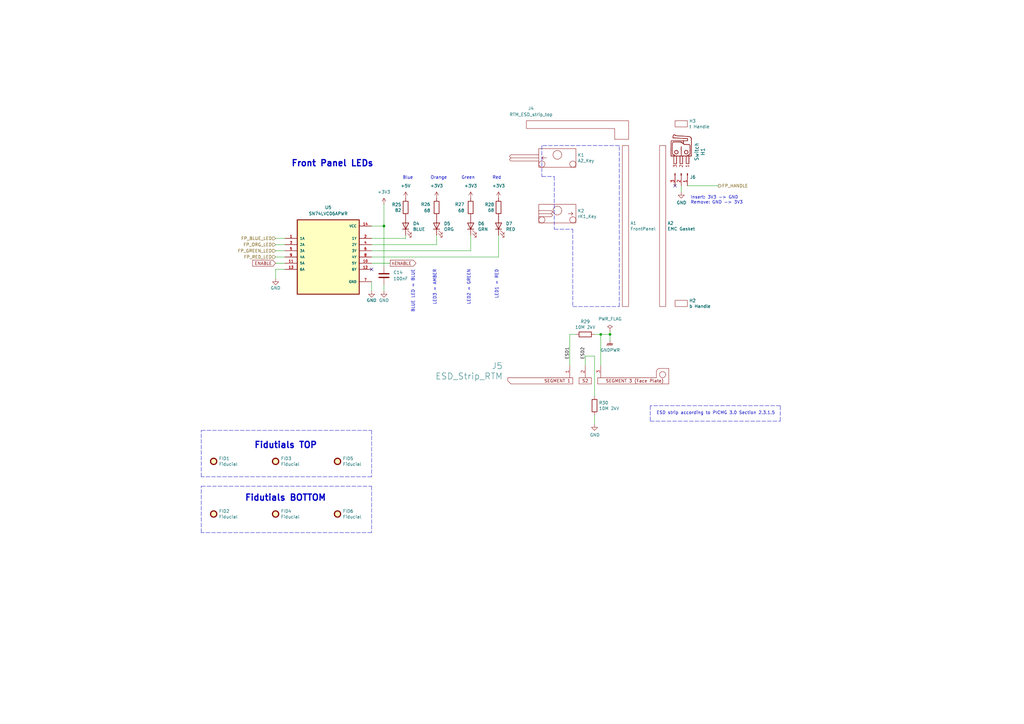
<source format=kicad_sch>
(kicad_sch (version 20211123) (generator eeschema)
  (paper "A3")
  (title_block (title "RTM_Template") (date "2022-09-07") (rev "1.0") (company "Karlsruhe Institute of Technology (KIT)") (comment 1 "Institute for Data Processing and Electronics (IPE)") (comment 2 "Carsten Schmerbeck") (comment 3 "Luis Ardila") (comment 4 "Licensed under CERN-OHL-P v2"))
  (lib_symbols
    (symbol "Connector:Conn_01x03_Male" (pin_names (offset 1.016) hide)
      (property "Reference" "J" (at 0 5.08 0))
      (property "Value" "Conn_01x03_Male" (at 0 -5.08 0))
      (symbol "Conn_01x03_Male_1_1"
        (polyline (pts (xy 1.27 -2.54) (xy 0.8636 -2.54)) (stroke (width 0.1524)))
        (polyline (pts (xy 1.27 0) (xy 0.8636 0)) (stroke (width 0.1524)))
        (polyline (pts (xy 1.27 2.54) (xy 0.8636 2.54)) (stroke (width 0.1524)))
        (rectangle (start 0.8636 -2.413) (end 0 -2.667) (stroke (width 0.1524)) (fill (type outline)))
        (rectangle (start 0.8636 0.127) (end 0 -0.127) (stroke (width 0.1524)) (fill (type outline)))
        (rectangle (start 0.8636 2.667) (end 0 2.413) (stroke (width 0.1524)) (fill (type outline)))
        (pin passive line (at 5.08 2.54 180) (length 3.81) (name "Pin_1") (number "1"))
        (pin passive line (at 5.08 0 180) (length 3.81) (name "Pin_2") (number "2"))
        (pin passive line (at 5.08 -2.54 180) (length 3.81) (name "Pin_3") (number "3"))
      )
    )
    (symbol "Device:C" (pin_numbers hide) (pin_names (offset 0.254))
      (property "Reference" "C" (at 0.635 2.54 0))
      (property "Value" "C" (at 0.635 -2.54 0))
      (symbol "C_0_1"
        (polyline (pts (xy -2.032 -0.762) (xy 2.032 -0.762)) (stroke (width 0.508)))
        (polyline (pts (xy -2.032 0.762) (xy 2.032 0.762)) (stroke (width 0.508)))
      )
      (symbol "C_1_1"
        (pin passive line (at 0 3.81 270) (length 2.794) (name "~") (number "1"))
        (pin passive line (at 0 -3.81 90) (length 2.794) (name "~") (number "2"))
      )
    )
    (symbol "Device:LED" (pin_numbers hide) (pin_names (offset 1.016) hide)
      (property "Reference" "D" (at 0 2.54 0))
      (property "Value" "LED" (at 0 -2.54 0))
      (symbol "LED_0_1"
        (polyline (pts (xy -1.27 -1.27) (xy -1.27 1.27)) (stroke (width 0.254)))
        (polyline (pts (xy -1.27 0) (xy 1.27 0)))
        (polyline (pts (xy 1.27 -1.27) (xy 1.27 1.27) (xy -1.27 0) (xy 1.27 -1.27)) (stroke (width 0.254)))
        (polyline (pts (xy -3.048 -0.762) (xy -4.572 -2.286) (xy -3.81 -2.286) (xy -4.572 -2.286) (xy -4.572 -1.524)))
        (polyline (pts (xy -1.778 -0.762) (xy -3.302 -2.286) (xy -2.54 -2.286) (xy -3.302 -2.286) (xy -3.302 -1.524)))
      )
      (symbol "LED_1_1"
        (pin passive line (at -3.81 0 0) (length 2.54) (name "K") (number "1"))
        (pin passive line (at 3.81 0 180) (length 2.54) (name "A") (number "2"))
      )
    )
    (symbol "Device:R" (pin_numbers hide) (pin_names (offset 0))
      (property "Reference" "R" (at 2.032 0 90))
      (property "Value" "R" (at 0 0 90))
      (symbol "R_0_1"
        (rectangle (start -1.016 -2.54) (end 1.016 2.54) (stroke (width 0.254)))
      )
      (symbol "R_1_1"
        (pin passive line (at 0 3.81 270) (length 1.27) (name "~") (number "1"))
        (pin passive line (at 0 -3.81 90) (length 1.27) (name "~") (number "2"))
      )
    )
    (symbol "KIT_Logic:SN74LVC06APWR" (pin_names (offset 1.016))
      (property "Reference" "U" (at -12.7 16.2306 0))
      (property "Value" "SN74LVC06APWR" (at -12.7 -19.2278 0))
      (symbol "SN74LVC06APWR_0_0"
        (rectangle (start -12.7 -15.24) (end 12.7 15.24) (stroke (width 0.4064)) (fill (type background)))
        (pin input line (at -17.78 7.62 0) (length 5.08) (name "1A") (number "1"))
        (pin output line (at 17.78 -2.54 180) (length 5.08) (name "5Y") (number "10"))
        (pin input line (at -17.78 -2.54 0) (length 5.08) (name "5A") (number "11"))
        (pin output line (at 17.78 -5.08 180) (length 5.08) (name "6Y") (number "12"))
        (pin input line (at -17.78 -5.08 0) (length 5.08) (name "6A") (number "13"))
        (pin power_in line (at 17.78 12.7 180) (length 5.08) (name "VCC") (number "14"))
        (pin output line (at 17.78 7.62 180) (length 5.08) (name "1Y") (number "2"))
        (pin input line (at -17.78 5.08 0) (length 5.08) (name "2A") (number "3"))
        (pin output line (at 17.78 5.08 180) (length 5.08) (name "2Y") (number "4"))
        (pin input line (at -17.78 2.54 0) (length 5.08) (name "3A") (number "5"))
        (pin output line (at 17.78 2.54 180) (length 5.08) (name "3Y") (number "6"))
        (pin power_in line (at 17.78 -10.16 180) (length 5.08) (name "GND") (number "7"))
        (pin output line (at 17.78 0 180) (length 5.08) (name "4Y") (number "8"))
        (pin input line (at -17.78 0 0) (length 5.08) (name "4A") (number "9"))
      )
    )
    (symbol "KIT_Mechanical:FrontPanel" (pin_names (offset 1.016))
      (property "Reference" "A" (at -1.27 5.08 0))
      (property "Value" "FrontPanel" (at 0 2.54 0))
      (symbol "FrontPanel_0_1"
        (rectangle (start -2.54 22.86) (end 0 -43.18))
      )
    )
    (symbol "KIT_Mechanical:Handle-KIT_Switch" (pin_names (offset 1.016))
      (property "Reference" "H2" (at 3.2512 1.1684 0))
      (property "Value" "Handle-KIT_Switch" (at 3.2512 -1.143 0))
      (symbol "Handle-KIT_Switch_0_1"
        (rectangle (start -2.54 1.27) (end 2.54 -1.27))
      )
    )
    (symbol "KIT_Mechanical:Handle_81-088-1-KIT_Switch" (pin_names (offset 1.016))
      (property "Reference" "H1" (at -6.4262 0 0))
      (property "Value" "Handle_81-088-1-KIT_Switch" (at 6.4262 0 0))
      (symbol "Handle_81-088-1-KIT_Switch_0_0"
        (polyline (pts (xy 0.5334 1.2954) (xy 0.762 1.4732) (xy 0.9398 1.7272) (xy 0.9906 2.032) (xy 0.9398 2.3368) (xy 0.762 2.6416) (xy 0.635 2.7432) (xy 0.3302 2.8702) (xy 0 2.8702) (xy -0.2794 2.7432) (xy -0.508 2.54) (xy -0.635 2.2606) (xy -0.6604 1.905) (xy -0.4826 1.905) (xy -0.4826 2.159) (xy -0.4064 2.3622) (xy -0.2032 2.5908) (xy 0.0762 2.6924) (xy 0.3556 2.667) (xy 0.635 2.5146) (xy 0.7112 2.413) (xy 0.8382 2.1336) (xy 0.7874 1.8288) (xy 0.5842 1.5748) (xy 0.5334 1.524) (xy 0.3302 1.4224) (xy 0.2032 1.3716) (xy 0.1778 1.3716) (xy -0.1016 1.4478) (xy -0.3302 1.651) (xy -0.4826 1.905) (xy -0.6604 1.905) (xy -0.5842 1.7018) (xy -0.3556 1.4224) (xy -0.1016 1.2446) (xy 0.2286 1.1938) (xy 0.5334 1.2954)) (stroke (width 0.0254)) (fill (type outline)))
        (polyline (pts (xy 0.4064 -2.7686) (xy 0.6096 -2.6924) (xy 0.7874 -2.54) (xy 0.9144 -2.3114) (xy 1.016 -1.9812) (xy 0.9652 -1.7526) (xy 0.7874 -1.4478) (xy 0.6604 -1.3208) (xy 0.4826 -1.2192) (xy 0.2032 -1.1938) (xy -0.127 -1.2192) (xy -0.4064 -1.397) (xy -0.6096 -1.6764) (xy -0.6604 -1.9304) (xy -0.6604 -1.9812) (xy -0.4826 -1.9812) (xy -0.4318 -1.7526) (xy -0.3302 -1.5748) (xy -0.1016 -1.397) (xy 0.2286 -1.3462) (xy 0.3302 -1.3716) (xy 0.5842 -1.4986) (xy 0.762 -1.7272) (xy 0.8382 -1.9812) (xy 0.7874 -2.1844) (xy 0.6604 -2.3876) (xy 0.4826 -2.5654) (xy 0.2032 -2.6162) (xy 0.127 -2.6162) (xy -0.1016 -2.5654) (xy -0.2794 -2.4638) (xy -0.4064 -2.2606) (xy -0.4572 -2.1844) (xy -0.4826 -1.9812) (xy -0.6604 -1.9812) (xy -0.6096 -2.2606) (xy -0.4064 -2.5908) (xy -0.3302 -2.6416) (xy -0.1016 -2.7686) (xy 0.1778 -2.794) (xy 0.4064 -2.7686)) (stroke (width 0.0254)) (fill (type outline)))
        (polyline (pts (xy 1.8542 -3.1242) (xy 4.9784 -3.1242) (xy 4.9784 -1.8542) (xy 1.8542 -1.8542) (xy 1.8542 -0.5842) (xy 4.9784 -0.5842) (xy 4.9784 0.6858) (xy 1.8542 0.6858) (xy 1.8542 1.9558) (xy 4.9784 1.9558) (xy 4.9784 3.2258) (xy 1.8542 3.2258) (xy 1.8542 4.2418) (xy -5.588 4.2418) (xy -5.8674 4.0386) (xy -6.0706 3.8608) (xy -6.2738 3.4544) (xy -6.2992 3.2258) (xy -6.3246 2.8448) (xy -6.3754 2.3622) (xy -6.4008 1.778) (xy -6.4516 1.143) (xy -6.5024 0.4572) (xy -6.5024 0.1016) (xy -6.5532 -0.5334) (xy -6.5786 -1.0922) (xy -6.6294 -1.5748) (xy -6.6548 -1.9304) (xy -6.6802 -2.1844) (xy -6.7056 -2.2606) (xy -6.7818 -2.3114) (xy -6.9596 -2.4892) (xy -7.0358 -2.7432) (xy -7.0358 -2.8956) (xy -6.858 -2.8956) (xy -6.8326 -2.667) (xy -6.6802 -2.4892) (xy -6.5786 -2.3876) (xy -6.5278 -2.3114) (xy -6.5024 -2.2098) (xy -6.477 -2.032) (xy -6.4516 -1.778) (xy -6.4262 -1.4224) (xy -6.4008 -0.9652) (xy -6.3754 -0.3556) (xy -6.3246 0.381) (xy -6.2992 0.7112) (xy -6.2738 1.3716) (xy -6.223 1.9812) (xy -6.1976 2.5146) (xy -6.1468 2.9464) (xy -6.1214 3.2512) (xy -6.096 3.4036) (xy -5.9944 3.6576) (xy -5.7404 3.9116) (xy -5.6896 3.937) (xy -5.6134 3.9624) (xy -5.5118 3.9878) (xy -5.3594 4.0132) (xy -5.1816 4.0386) (xy -4.9022 4.0386) (xy -4.5466 4.064) (xy 1.6764 4.064) (xy 1.6764 2.9972) (xy 1.6256 2.794) (xy 1.6002 2.7178) (xy 1.5748 2.7178) (xy 1.4732 2.8194) (xy 1.3716 3.0226) (xy 1.3462 3.2512) (xy 1.3462 3.2766) (xy 1.3208 3.429) (xy 1.27 3.5306) (xy 1.1684 3.6068) (xy 0.9906 3.6576) (xy 0.7112 3.7084) (xy 0.3302 3.7084) (xy -0.1778 3.7338) (xy -1.778 3.7338) (xy -2.2352 3.7084) (xy -2.5654 3.683) (xy -2.794 3.6068) (xy -2.9464 3.5052) (xy -3.0226 3.3274) (xy -3.048 3.0734) (xy -3.0734 2.7432) (xy -3.0734 1.524) (xy -3.1242 1.2446) (xy -3.2004 1.0922) (xy -3.3528 0.9906) (xy -3.5814 0.9652) (xy -4.4196 0.9652) (xy -4.4196 2.7178) (xy -5.1562 2.7178) (xy -5.3594 2.6924) (xy -5.4356 2.6924) (xy -5.4356 2.6416) (xy -5.461 2.4384) (xy -5.461 2.1082) (xy -5.4864 1.6764) (xy -5.5372 1.1684) (xy -5.5626 0.5842) (xy -5.588 -0.0254) (xy -5.6388 -0.635) (xy -5.6642 -1.2192) (xy -5.6896 -1.778) (xy -5.7404 -2.2352) (xy -5.7404 -2.6416) (xy -5.7658 -2.8956) (xy -5.7658 -3.0226) (xy -5.7912 -3.175) (xy -5.842 -3.2766) (xy -6.1976 -3.2766) (xy -6.5532 -3.2004) (xy -6.7564 -3.0988) (xy -6.7818 -3.0734) (xy -6.858 -2.8956) (xy -7.0358 -2.8956) (xy -7.0104 -3.0226) (xy -6.8834 -3.2258) (xy -6.7818 -3.302) (xy -6.5024 -3.3782) (xy -6.1722 -3.429) (xy -5.588 -3.4798) (xy -5.6134 -3.1496) (xy -5.588 -3.048) (xy -5.588 -2.7686) (xy -5.5626 -2.3622) (xy -5.5372 -1.8542) (xy -5.5118 -1.2954) (xy -5.4864 -0.6858) (xy -5.4356 -0.0762) (xy -5.4102 0.5334) (xy -5.3594 1.0668) (xy -5.334 1.524) (xy -5.3086 1.8796) (xy -5.3086 2.1082) (xy -5.2578 2.54) (xy -4.572 2.54) (xy -4.572 -3.4544) (xy -4.5466 -3.8354) (xy -4.5466 -4.064) (xy -4.4196 -4.064) (xy -4.4196 0.7366) (xy -3.937 0.762) (xy -3.4798 0.762) (xy -3.7084 0.4572) (xy -3.7592 0.381) (xy -3.9116 0.2286) (xy -4.0132 0.1778) (xy -4.0386 0.1016) (xy -4.0386 -0.1524) (xy -4.064 -0.508) (xy -4.064 -1.6002) (xy -4.0386 -2.159) (xy -4.0386 -2.6162) (xy -4.0386 -2.6416) (xy -3.9116 -2.6416) (xy -3.9116 -1.0414) (xy -3.8862 -0.6604) (xy -3.8862 -0.4064) (xy -3.8608 -0.254) (xy -3.81 -0.1778) (xy -3.7084 -0.0762) (xy -3.683 0.0254) (xy -3.683 0.0508) (xy -3.6322 0.1778) (xy -3.5052 0.4064) (xy -2.8956 1.1684) (xy -2.8956 2.5654) (xy -2.8702 2.921) (xy -2.8448 3.175) (xy -2.8194 3.3274) (xy -2.7686 3.429) (xy -2.7178 3.4544) (xy -2.6416 3.5052) (xy -2.4892 3.5306) (xy -2.2352 3.5306) (xy -1.905 3.556) (xy 0.3556 3.556) (xy 0.6858 3.5306) (xy 0.9144 3.5052) (xy 1.0668 3.429) (xy 1.143 3.3528) (xy 1.1684 3.2512) (xy 1.1684 3.1242) (xy 1.2192 2.8956) (xy 1.4224 2.6162) (xy 1.6764 2.3876) (xy 1.6764 2.1082) (xy 1.8542 2.1082) (xy 1.8542 3.048) (xy 4.826 3.048) (xy 4.826 2.1082) (xy 1.8542 2.1082) (xy 1.6764 2.1082) (xy 1.6764 0.0762) (xy -0.2794 0.1016) (xy -1.9558 0.1016) (xy -2.1082 0.0762) (xy -2.1844 0.0508) (xy -2.1844 -0.0254) (xy -2.1082 -0.0508) (xy -1.9558 -0.0762) (xy -1.7272 -0.0762) (xy -1.3716 -0.1016) (xy -0.889 -0.1016) (xy -0.254 -0.0762) (xy 1.6764 -0.0762) (xy 1.6764 -0.4318) (xy 1.8542 -0.4318) (xy 1.8542 0.508) (xy 4.826 0.508) (xy 4.826 -0.4318) (xy 1.8542 -0.4318) (xy 1.6764 -0.4318) (xy 1.6764 -2.0066) (xy 1.651 -2.2352) (xy 1.6256 -2.3876) (xy 1.5748 -2.4638) (xy 1.524 -2.4892) (xy 1.4986 -2.4892) (xy 1.3462 -2.6416) (xy 1.2192 -2.8702) (xy 1.1684 -3.1242) (xy 1.1176 -3.2766) (xy 0.9906 -3.429) (xy 0.9652 -3.429) (xy 0.889 -3.4798) (xy 0.7366 -3.5052) (xy 0.5334 -3.5306) (xy 0.2286 -3.5306) (xy -0.1778 -3.556) (xy -2.6924 -3.556) (xy -3.048 -3.5306) (xy -3.302 -3.5306) (xy -3.4798 -3.5052) (xy -3.6068 -3.4798) (xy -3.683 -3.429) (xy -3.7846 -3.3274) (xy -3.8354 -3.2512) (xy -3.8608 -3.1242) (xy -3.8862 -2.921) (xy -3.9116 -2.6416) (xy -4.0386 -2.6416) (xy -4.0132 -2.9718) (xy -4.0132 -3.2004) (xy -3.9624 -3.3528) (xy -3.937 -3.4544) (xy -3.8862 -3.5306) (xy -3.8608 -3.5306) (xy -3.81 -3.5814) (xy -3.7084 -3.6068) (xy -3.556 -3.6322) (xy -3.3528 -3.6576) (xy -3.048 -3.6576) (xy -2.6162 -3.683) (xy -0.2032 -3.683) (xy 0.2794 -3.6576) (xy 0.6604 -3.6322) (xy 0.9398 -3.6068) (xy 1.1176 -3.556) (xy 1.2192 -3.4798) (xy 1.2954 -3.3528) (xy 1.3462 -3.2258) (xy 1.3716 -3.048) (xy 1.397 -2.9972) (xy 1.4478 -2.794) (xy 1.5494 -2.667) (xy 1.5748 -2.667) (xy 1.6256 -2.6924) (xy 1.651 -2.794) (xy 1.651 -2.9718) (xy 1.8542 -2.9718) (xy 1.8542 -2.032) (xy 4.826 -2.032) (xy 4.826 -2.9718) (xy 1.8542 -2.9718) (xy 1.651 -2.9718) (xy 1.6764 -2.9972) (xy 1.6764 -4.064) (xy -4.4196 -4.064) (xy -4.5466 -4.064) (xy -4.5466 -4.0894) (xy -4.5212 -4.1656) (xy -4.4196 -4.191) (xy -4.1656 -4.191) (xy -3.7846 -4.2164) (xy -2.032 -4.2164) (xy -1.3208 -4.2418) (xy 1.8542 -4.2418) (xy 1.8542 -3.1242)) (stroke (width 0.0254)) (fill (type outline)))
        (text "1" (at 5.842 2.54 0) (effects (font (size 1.27 1.27))))
        (text "2" (at 5.842 0 0) (effects (font (size 1.27 1.27))))
        (text "3" (at 5.842 -2.54 0) (effects (font (size 1.27 1.27))))
      )
    )
    (symbol "KIT_Mechanical:Key_A2_TE_1-1469372-1" (pin_names (offset 1.016))
      (property "Reference" "K1" (at 8.3312 1.1684 0))
      (property "Value" "Key_A2_TE_1-1469372-1" (at 8.3312 -1.143 0))
      (symbol "Key_A2_TE_1-1469372-1_0_1"
        (rectangle (start -7.62 3.81) (end 7.62 -3.81))
        (circle (center -6.35 -2.54) (radius 1.27))
        (polyline (pts (xy -6.35 0) (xy -5.715 -0.635)))
        (polyline (pts (xy -4.445 0) (xy -6.35 0) (xy -5.715 0.635)))
        (polyline (pts (xy -19.05 0) (xy -19.685 -0.635) (xy -19.05 -1.27) (xy -7.62 -1.27)))
        (polyline (pts (xy -7.62 0) (xy -19.05 0) (xy -19.685 0.635) (xy -19.05 1.27) (xy -7.62 1.27)))
        (circle (center 0 1.27) (radius 1.8034))
        (circle (center 6.35 -2.54) (radius 1.27))
      )
    )
    (symbol "KIT_Mechanical:Key_rK1_TE_1469374-1" (pin_names (offset 1.016))
      (property "Reference" "K2" (at 8.3312 1.1684 0))
      (property "Value" "Key_rK1_TE_1469374-1" (at 8.3312 -1.143 0))
      (symbol "Key_rK1_TE_1469374-1_0_1"
        (rectangle (start -7.62 3.81) (end 7.62 -3.81))
        (circle (center -6.35 -2.54) (radius 1.27))
        (polyline (pts (xy 6.35 0) (xy 5.715 -0.635)))
        (polyline (pts (xy 4.445 0) (xy 6.35 0) (xy 5.715 0.635)))
        (polyline (pts (xy -7.62 -1.27) (xy -2.54 -1.27) (xy -1.905 -0.635) (xy -2.54 0)))
        (polyline (pts (xy -7.62 1.27) (xy -2.54 1.27) (xy -1.905 0.635) (xy -2.54 0) (xy -7.62 0)))
        (circle (center 0 1.27) (radius 1.8034))
        (circle (center 6.35 -2.54) (radius 1.27))
      )
    )
    (symbol "KIT_Mechanical:RTM_ESD_strip_bottom" (pin_names (offset 1.016))
      (property "Reference" "J1" (at -33.7058 4.8514 0))
      (property "Value" "RTM_ESD_strip_bottom" (at -33.7058 0.635 0))
      (symbol "RTM_ESD_strip_bottom_0_0"
        (text "S2" (at 0 -1.27 0) (effects (font (size 1.27 1.27))))
        (text "SEGMENT 1" (at -11.43 -1.27 0) (effects (font (size 1.27 1.27))))
        (text "SEGMENT 3 (Face Plate)" (at 20.32 -1.27 0) (effects (font (size 1.27 1.27))))
      )
      (symbol "RTM_ESD_strip_bottom_0_1"
        (polyline (pts (xy -30.48 -2.54) (xy -31.75 -1.27) (xy -31.75 0) (xy -5.08 0) (xy -5.08 -2.54) (xy -30.48 -2.54)))
        (polyline (pts (xy 30.48 3.81) (xy 34.29 3.81) (xy 34.29 -2.54) (xy 5.08 -2.54) (xy 5.08 0) (xy 29.21 0) (xy 29.21 2.54)))
        (rectangle (start 2.54 0) (end -2.54 -2.54))
        (arc (start 30.48 3.81) (mid 29.5912 3.4366) (end 29.21 2.54))
        (circle (center 31.75 1.27) (radius 1.27))
      )
      (symbol "RTM_ESD_strip_bottom_1_1"
        (pin passive line (at -6.35 5.08 270) (length 5.08) (name "~") (number "1"))
        (pin passive line (at 0 5.08 270) (length 5.08) (name "~") (number "2"))
        (pin passive line (at 6.35 5.08 270) (length 5.08) (name "~") (number "3"))
      )
    )
    (symbol "KIT_Mechanical:RTM_ESD_strip_top"
      (property "Reference" "J" (at 0 0 0))
      (property "Value" "RTM_ESD_strip_top" (at 0 0 0))
      (symbol "RTM_ESD_strip_top_0_1"
        (polyline (pts (xy 0 0) (xy 41.91 0) (xy 41.91 -7.62) (xy 36.195 -7.62) (xy 36.195 -3.175) (xy 0 -3.175) (xy 0 0)))
      )
    )
    (symbol "Mechanical:Fiducial"
      (property "Reference" "FID" (at 0 5.08 0))
      (property "Value" "Fiducial" (at 0 3.175 0))
      (symbol "Fiducial_0_1"
        (circle (center 0 0) (radius 1.27) (stroke (width 0.508)) (fill (type background)))
      )
    )
    (symbol "power:+3V3" (power) (pin_names (offset 0))
      (property "Value" "+3V3" (at 0 3.556 0))
      (symbol "+3V3_0_1"
        (polyline (pts (xy -0.762 1.27) (xy 0 2.54)))
        (polyline (pts (xy 0 0) (xy 0 2.54)))
        (polyline (pts (xy 0 2.54) (xy 0.762 1.27)))
      )
      (symbol "+3V3_1_1"
        (pin power_in line (at 0 0 90) (length 0) hide (name "+3V3") (number "1"))
      )
    )
    (symbol "power:+5V" (power) (pin_names (offset 0))
      (property "Value" "+5V" (at 0 3.556 0))
      (symbol "+5V_0_1"
        (polyline (pts (xy -0.762 1.27) (xy 0 2.54)))
        (polyline (pts (xy 0 0) (xy 0 2.54)))
        (polyline (pts (xy 0 2.54) (xy 0.762 1.27)))
      )
      (symbol "+5V_1_1"
        (pin power_in line (at 0 0 90) (length 0) hide (name "+5V") (number "1"))
      )
    )
    (symbol "power:GND" (power) (pin_names (offset 0))
      (property "Value" "GND" (at 0 -3.81 0))
      (symbol "GND_0_1"
        (polyline (pts (xy 0 0) (xy 0 -1.27) (xy 1.27 -1.27) (xy 0 -2.54) (xy -1.27 -1.27) (xy 0 -1.27)))
      )
      (symbol "GND_1_1"
        (pin power_in line (at 0 0 270) (length 0) hide (name "GND") (number "1"))
      )
    )
    (symbol "power:GNDPWR" (power) (pin_names (offset 0))
      (property "Value" "GNDPWR" (at 0 -3.302 0))
      (symbol "GNDPWR_0_1"
        (polyline (pts (xy 0 -1.27) (xy 0 0)))
        (polyline (pts (xy -1.016 -1.27) (xy -1.27 -2.032) (xy -1.27 -2.032)) (stroke (width 0.2032)))
        (polyline (pts (xy -0.508 -1.27) (xy -0.762 -2.032) (xy -0.762 -2.032)) (stroke (width 0.2032)))
        (polyline (pts (xy 0 -1.27) (xy -0.254 -2.032) (xy -0.254 -2.032)) (stroke (width 0.2032)))
        (polyline (pts (xy 0.508 -1.27) (xy 0.254 -2.032) (xy 0.254 -2.032)) (stroke (width 0.2032)))
        (polyline (pts (xy 1.016 -1.27) (xy -1.016 -1.27) (xy -1.016 -1.27)) (stroke (width 0.2032)))
        (polyline (pts (xy 1.016 -1.27) (xy 0.762 -2.032) (xy 0.762 -2.032) (xy 0.762 -2.032)) (stroke (width 0.2032)))
      )
      (symbol "GNDPWR_1_1"
        (pin power_in line (at 0 0 270) (length 0) hide (name "GNDPWR") (number "1"))
      )
    )
    (symbol "power:PWR_FLAG" (power) (pin_numbers hide) (pin_names (offset 0) hide)
      (property "Value" "PWR_FLAG" (at 0 3.81 0))
      (symbol "PWR_FLAG_0_0"
        (pin power_out line (at 0 0 90) (length 0) (name "pwr") (number "1"))
      )
      (symbol "PWR_FLAG_0_1"
        (polyline (pts (xy 0 0) (xy 0 1.27) (xy -1.016 1.905) (xy 0 2.54) (xy 1.016 1.905) (xy 0 1.27)))
      )
    )
  )
  (junction (at 157.48 92.71))
  (junction (at 246.38 137.16))
  (junction (at 250.19 137.16))
  (no_connect (at 276.86 76.2))
  (no_connect (at 152.4 110.49))
  (wire (pts (xy 113.03 105.41) (xy 116.84 105.41)))
  (wire (pts (xy 240.03 146.05) (xy 243.84 146.05)))
  (polyline (pts (xy 82.55 218.44) (xy 82.55 199.39)))
  (polyline (pts (xy 320.04 172.72) (xy 320.04 166.37)))
  (wire (pts (xy 113.03 107.95) (xy 116.84 107.95)))
  (polyline (pts (xy 234.95 125.73) (xy 254 125.73)))
  (wire (pts (xy 179.07 96.52) (xy 179.07 100.33)))
  (polyline (pts (xy 82.55 195.58) (xy 82.55 176.53)))
  (wire (pts (xy 152.4 92.71) (xy 157.48 92.71)))
  (wire (pts (xy 246.38 137.16) (xy 243.84 137.16)))
  (wire (pts (xy 193.04 96.52) (xy 193.04 102.87)))
  (wire (pts (xy 166.37 96.52) (xy 166.37 97.79)))
  (polyline (pts (xy 227.33 72.39) (xy 227.33 93.98)))
  (wire (pts (xy 243.84 146.05) (xy 243.84 162.56)))
  (polyline (pts (xy 152.4 199.39) (xy 152.4 218.44)))
  (polyline (pts (xy 266.7 172.72) (xy 320.04 172.72)))
  (wire (pts (xy 113.03 97.79) (xy 116.84 97.79)))
  (wire (pts (xy 152.4 107.95) (xy 160.02 107.95)))
  (wire (pts (xy 243.84 173.99) (xy 243.84 170.18)))
  (wire (pts (xy 250.19 137.16) (xy 250.19 139.7)))
  (wire (pts (xy 236.22 137.16) (xy 233.68 137.16)))
  (wire (pts (xy 233.68 137.16) (xy 233.68 149.86)))
  (polyline (pts (xy 82.55 199.39) (xy 152.4 199.39)))
  (polyline (pts (xy 152.4 218.44) (xy 82.55 218.44)))
  (wire (pts (xy 246.38 137.16) (xy 246.38 149.86)))
  (polyline (pts (xy 222.25 59.69) (xy 222.25 72.39)))
  (wire (pts (xy 113.03 102.87) (xy 116.84 102.87)))
  (polyline (pts (xy 152.4 195.58) (xy 82.55 195.58)))
  (wire (pts (xy 152.4 115.57) (xy 152.4 119.38)))
  (wire (pts (xy 113.03 114.3) (xy 113.03 110.49)))
  (wire (pts (xy 204.47 96.52) (xy 204.47 105.41)))
  (wire (pts (xy 157.48 83.82) (xy 157.48 92.71)))
  (polyline (pts (xy 254 59.69) (xy 222.25 59.69)))
  (wire (pts (xy 152.4 105.41) (xy 204.47 105.41)))
  (polyline (pts (xy 152.4 176.53) (xy 152.4 195.58)))
  (polyline (pts (xy 234.95 93.98) (xy 234.95 125.73)))
  (wire (pts (xy 113.03 100.33) (xy 116.84 100.33)))
  (wire (pts (xy 152.4 100.33) (xy 179.07 100.33)))
  (polyline (pts (xy 82.55 176.53) (xy 152.4 176.53)))
  (wire (pts (xy 250.19 135.89) (xy 250.19 137.16)))
  (wire (pts (xy 113.03 110.49) (xy 116.84 110.49)))
  (wire (pts (xy 240.03 146.05) (xy 240.03 149.86)))
  (wire (pts (xy 152.4 102.87) (xy 193.04 102.87)))
  (wire (pts (xy 279.4 78.74) (xy 279.4 76.2)))
  (polyline (pts (xy 266.7 166.37) (xy 266.7 172.72)))
  (polyline (pts (xy 254 125.73) (xy 254 59.69)))
  (polyline (pts (xy 222.25 72.39) (xy 227.33 72.39)))
  (wire (pts (xy 157.48 109.22) (xy 157.48 92.71)))
  (polyline (pts (xy 227.33 93.98) (xy 234.95 93.98)))
  (wire (pts (xy 246.38 137.16) (xy 250.19 137.16)))
  (wire (pts (xy 281.94 76.2) (xy 294.64 76.2)))
  (wire (pts (xy 152.4 97.79) (xy 166.37 97.79)))
  (wire (pts (xy 157.48 116.84) (xy 157.48 119.38)))
  (polyline (pts (xy 320.04 166.37) (xy 266.7 166.37)))
  (text "LED2 = GREEN" (at 193.04 110.49 270) (effects (font (size 1.27 1.27)) (justify right bottom)))
  (text "LED1 = RED" (at 204.47 110.49 270) (effects (font (size 1.27 1.27)) (justify right bottom)))
  (text "Green" (at 189.23 73.66 0) (effects (font (size 1.27 1.27)) (justify left bottom)))
  (text "ESD strip according to PICMG 3.0 Section 2.3.1.5" (at 269.24 170.18 0) (effects (font (size 1.27 1.27)) (justify left bottom)))
  (text "Blue" (at 165.1 73.66 0) (effects (font (size 1.27 1.27)) (justify left bottom)))
  (text "LED3 = AMBER" (at 179.07 110.49 270) (effects (font (size 1.27 1.27)) (justify right bottom)))
  (text "Insert: 3V3 -> GND\nRemove: GND -> 3V3" (at 283.21 83.82 0) (effects (font (size 1.27 1.27)) (justify left bottom)))
  (text "Red" (at 201.93 73.66 0) (effects (font (size 1.27 1.27)) (justify left bottom)))
  (text "BLUE LED = BLUE" (at 170.18 110.49 270) (effects (font (size 1.27 1.27)) (justify right bottom)))
  (text "Fidutials BOTTOM" (at 100.33 205.74 0) (effects (font (size 2.54 2.54) (thickness 0.508) bold) (justify left bottom)))
  (text "Fidutials TOP" (at 104.14 184.15 0) (effects (font (size 2.54 2.54) (thickness 0.508) bold) (justify left bottom)))
  (text "Front Panel LEDs" (at 119.38 68.58 0) (effects (font (size 2.54 2.54) (thickness 0.508) bold) (justify left bottom)))
  (text "Orange" (at 176.53 73.66 0) (effects (font (size 1.27 1.27)) (justify left bottom)))
  (label "ESD1" (at 233.68 147.32 90))
  (label "ESD2" (at 240.03 147.32 90))
  (global_label "nENABLE" (shape output) (at 160.02 107.95 0) (property "Intersheet References" "${INTERSHEET_REFS}" (effects hide)))
  (global_label "ENABLE" (shape input) (at 113.03 107.95 180) (property "Intersheet References" "${INTERSHEET_REFS}" (effects hide)))
  (hierarchical_label "FP_HANDLE" (shape output) (at 294.64 76.2 0))
  (hierarchical_label "FP_RED_LED" (shape input) (at 113.03 105.41 180))
  (hierarchical_label "FP_ORG_LED" (shape input) (at 113.03 100.33 180))
  (hierarchical_label "FP_GREEN_LED" (shape input) (at 113.03 102.87 180))
  (hierarchical_label "FP_BLUE_LED" (shape input) (at 113.03 97.79 180))
  (symbol (lib_id "Connector:Conn_01x03_Male") (at 279.4 71.12 270) (unit 1)
    (property "Reference" "J6" (at 282.956 72.644 90) (effects (justify left)))
    (property "Value" "Conn_01x03_Male" (effects hide))
    (property "Footprint" "KIT_Connector:Molex_53046-0310" (effects hide))
    (property "rs#" "319-1064" (effects hide))
    (property "manf" "Molex" (effects hide))
    (property "manf#" "53047-0310" (effects hide))
    (property "digikey#" "WM1732-ND" (effects hide))
    (property "mouser#" "538-53047-0310" (effects hide))
  )
  (symbol (lib_id "KIT_Mechanical:Handle_81-088-1-KIT_Switch") (at 279.4 62.23 270) (unit 1)
    (property "Reference" "H1" (at 288.29 62.23 0) (effects (font (size 1.524 1.524))))
    (property "Value" "Switch" (at 285.75 62.23 0) (effects (font (size 1.524 1.524))))
    (property "Footprint" "KIT_Mechanical:81-301-00" (effects hide))
    (property "manf#" "81-088-1" (effects hide))
    (property "manf" "Elma" (effects hide))
    (property "stock" "Box: 10" (effects hide))
  )
  (symbol (lib_id "KIT_Mechanical:Key_rK1_TE_1469374-1") (at 228.6 87.63 0) (unit 1)
    (property "Reference" "K2" (at 236.9312 86.4616 0) (effects (justify left)))
    (property "Value" "rK1_Key" (at 236.9312 88.773 0) (effects (justify left)))
    (property "Footprint" "rtm_template:Key_rK1_TE_1469374-1" (effects hide))
    (property "Datasheet" "https://www.te.com/commerce/DocumentDelivery/DDEController?Action=showdoc&DocId=Customer+Drawing%7F1469374%7FB1%7Fpdf%7FEnglish%7FENG_CD_1469374_B1.pdf%7F1469374-1" (effects hide))
    (property "rs#" "718-1418" (effects hide))
    (property "manf" "TE Connectivity" (effects hide))
    (property "manf#" "1469374-1" (effects hide))
    (property "dk#" "A101978-ND" (effects hide))
    (property "digikey#" "A101978-ND" (effects hide))
    (property "stock" "Box:11" (effects hide))
    (property "mouser#" "571-1469374-1" (effects hide))
  )
  (symbol (lib_id "KIT_Mechanical:Key_A2_TE_1-1469372-1") (at 228.6 64.77 0) (unit 1)
    (property "Reference" "K1" (at 236.9312 63.6016 0) (effects (justify left)))
    (property "Value" "A2_Key" (at 236.9312 65.913 0) (effects (justify left)))
    (property "Footprint" "rtm_template:Key_A2_TE_1-1469372-1" (effects hide))
    (property "Datasheet" "https://www.te.com/commerce/DocumentDelivery/DDEController?Action=showdoc&DocId=Customer+Drawing%7F1469372%7FD1%7Fpdf%7FEnglish%7FENG_CD_1469372_D1.pdf%7F1-1469372-1" (effects hide))
    (property "rs#" "718-1377" (effects hide))
    (property "manf" "TE Connectivity" (effects hide))
    (property "manf#" "1-1469372-1" (effects hide))
    (property "dk#" "1-1469372-1-ND" (effects hide))
    (property "digikey#" "1-1469372-1-ND" (effects hide))
    (property "stock" "Box:5" (effects hide))
    (property "mouser#" "571-1-1469372-1" (effects hide))
  )
  (symbol (lib_id "KIT_Mechanical:Handle-KIT_Switch") (at 279.4 124.46 0) (unit 1)
    (property "Reference" "H2" (at 282.6512 123.2916 0) (effects (justify left)))
    (property "Value" "b Handle" (at 282.6512 125.603 0) (effects (justify left)))
    (property "Footprint" "KIT_Mechanical:81-300-00" (effects hide))
    (property "manf#" "81-300-00" (effects hide))
    (property "manf" "Elma" (effects hide))
    (property "stock" "Box: 10" (effects hide))
  )
  (symbol (lib_id "KIT_Mechanical:FrontPanel") (at 257.81 82.55 0) (unit 1)
    (property "Reference" "A1" (at 258.5212 91.5416 0) (effects (justify left)))
    (property "Value" "FrontPanel" (at 258.5212 93.853 0) (effects (justify left)))
    (property "Footprint" "rtm_template:FrontPanel" (effects hide))
    (property "Datasheet" "https://www.distrelec.de/Web/Downloads/_t/ds/elma_c216_eng_tds.pdf" (effects hide))
    (property "manf" "Elma" (effects hide))
    (property "manf#" "66-535-38" (effects hide))
    (property "stock" "Box: 10" (effects hide))
  )
  (symbol (lib_id "Mechanical:Fiducial") (at 87.63 189.23 0) (unit 1)
    (property "Reference" "FID1" (at 89.789 188.0616 0) (effects (justify left)))
    (property "Value" "Fiducial" (at 89.789 190.373 0) (effects (justify left)))
    (property "Footprint" "Fiducial:Fiducial_1mm_Mask2mm" (effects hide))
    (property "stock" "AVT-IPE" (effects hide))
  )
  (symbol (lib_id "Mechanical:Fiducial") (at 138.43 189.23 0) (unit 1)
    (property "Reference" "FID5" (at 140.589 188.0616 0) (effects (justify left)))
    (property "Value" "Fiducial" (at 140.589 190.373 0) (effects (justify left)))
    (property "Footprint" "Fiducial:Fiducial_1mm_Mask2mm" (effects hide))
    (property "stock" "AVT-IPE" (effects hide))
  )
  (symbol (lib_id "Mechanical:Fiducial") (at 113.03 210.82 0) (unit 1)
    (property "Reference" "FID4" (at 115.189 209.6516 0) (effects (justify left)))
    (property "Value" "Fiducial" (at 115.189 211.963 0) (effects (justify left)))
    (property "Footprint" "Fiducial:Fiducial_1mm_Mask2mm" (effects hide))
    (property "stock" "AVT-IPE" (effects hide))
  )
  (symbol (lib_id "Mechanical:Fiducial") (at 113.03 189.23 0) (unit 1)
    (property "Reference" "FID3" (at 115.189 188.0616 0) (effects (justify left)))
    (property "Value" "Fiducial" (at 115.189 190.373 0) (effects (justify left)))
    (property "Footprint" "Fiducial:Fiducial_1mm_Mask2mm" (effects hide))
    (property "stock" "AVT-IPE" (effects hide))
  )
  (symbol (lib_id "Mechanical:Fiducial") (at 87.63 210.82 0) (unit 1)
    (property "Reference" "FID2" (at 89.789 209.6516 0) (effects (justify left)))
    (property "Value" "Fiducial" (at 89.789 211.963 0) (effects (justify left)))
    (property "Footprint" "Fiducial:Fiducial_1mm_Mask2mm" (effects hide))
    (property "stock" "AVT-IPE" (effects hide))
  )
  (symbol (lib_id "Mechanical:Fiducial") (at 138.43 210.82 0) (unit 1)
    (property "Reference" "FID6" (at 140.589 209.6516 0) (effects (justify left)))
    (property "Value" "Fiducial" (at 140.589 211.963 0) (effects (justify left)))
    (property "Footprint" "Fiducial:Fiducial_1mm_Mask2mm" (effects hide))
    (property "stock" "AVT-IPE" (effects hide))
  )
  (symbol (lib_id "power:GND") (at 279.4 78.74 0) (unit 1)
    (property "Reference" "#PWR069" (effects hide))
    (property "Value" "GND" (at 279.527 83.1342 0))
  )
  (symbol (lib_id "KIT_Mechanical:RTM_ESD_strip_bottom") (at 240.03 154.94 0) (unit 1)
    (property "Reference" "J5" (at 206.3242 150.0886 0) (effects (font (size 2.54 2.54)) (justify right)))
    (property "Value" "ESD_Strip_RTM" (at 206.3242 154.305 0) (effects (font (size 2.54 2.54)) (justify right)))
    (property "Footprint" "KIT_Mechanical:RTM_ESD_strip_bottom" (effects hide))
    (property "stock" "PCB" (effects hide))
  )
  (symbol (lib_id "Device:R") (at 240.03 137.16 270) (unit 1)
    (property "Reference" "R29" (at 240.03 131.9022 90))
    (property "Value" "10M 2kV" (at 240.03 134.2136 90))
    (property "Footprint" "Resistor_SMD:R_2010_5025Metric" (effects hide))
    (property "Datasheet" "https://www.bourns.com/docs/product-datasheets/chv-st.pdf" (effects hide))
    (property "digikey#" "118-CHV2010-FX-1005ESTCT-ND" (effects hide))
    (property "mf" "Bourns" (effects hide))
    (property "mf#" "CHV2010-FX-1005EST" (effects hide))
    (property "manf" "Bourns" (effects hide))
    (property "manf#" "CHV2010-FX-1005EST" (effects hide))
  )
  (symbol (lib_id "Device:R") (at 243.84 166.37 180) (unit 1)
    (property "Reference" "R30" (at 245.618 165.2016 0) (effects (justify right)))
    (property "Value" "10M 2kV" (at 245.618 167.513 0) (effects (justify right)))
    (property "Footprint" "Resistor_SMD:R_2010_5025Metric" (effects hide))
    (property "Datasheet" "https://www.bourns.com/docs/product-datasheets/chv-st.pdf" (effects hide))
    (property "digikey#" "118-CHV2010-FX-1005ESTCT-ND" (effects hide))
    (property "mf" "Bourns" (effects hide))
    (property "mf#" "CHV2010-FX-1005EST" (effects hide))
    (property "manf" "Bourns" (effects hide))
    (property "manf#" "CHV2010-FX-1005EST" (effects hide))
  )
  (symbol (lib_id "power:GND") (at 243.84 173.99 0) (unit 1)
    (property "Reference" "#PWR068" (effects hide))
    (property "Value" "GND" (at 243.967 178.3842 0))
  )
  (symbol (lib_id "KIT_Mechanical:FrontPanel") (at 273.05 82.55 0) (unit 1) (on_board no)
    (property "Reference" "A2" (at 273.7612 91.5416 0) (effects (justify left)))
    (property "Value" "EMC Gasket" (at 273.7612 93.853 0) (effects (justify left)))
    (property "manf" "Elma" (effects hide))
    (property "manf#" "7821-300" (effects hide))
    (property "stock" "Box: 10" (effects hide))
  )
  (symbol (lib_id "power:+3V3") (at 193.04 81.28 0) (mirror y) (unit 1)
    (property "Reference" "#PWR066" (effects hide))
    (property "Value" "+3V3" (at 193.04 76.2 0))
  )
  (symbol (lib_id "power:GND") (at 152.4 119.38 0) (unit 1)
    (property "Reference" "#PWR061" (effects hide))
    (property "Value" "GND" (at 152.4 123.19 0))
  )
  (symbol (lib_id "power:+3V3") (at 179.07 81.28 0) (mirror y) (unit 1)
    (property "Reference" "#PWR065" (effects hide))
    (property "Value" "+3V3" (at 179.07 76.2 0))
  )
  (symbol (lib_id "power:+3V3") (at 204.47 81.28 0) (mirror y) (unit 1)
    (property "Reference" "#PWR067" (effects hide))
    (property "Value" "+3V3" (at 204.47 76.2 0))
  )
  (symbol (lib_id "Device:LED") (at 179.07 92.71 90) (unit 1)
    (property "Reference" "D5" (at 182.0672 91.7194 90) (effects (justify right)))
    (property "Value" "ORG" (at 182.0672 94.0308 90) (effects (justify right)))
    (property "Footprint" "KIT_LED_SMD:APA2106x" (effects hide))
    (property "Datasheet" "https://www.kingbrightusa.com/images/catalog/SPEC/APA2106SECK.pdf" (effects hide))
    (property "digikey#" "754-1059-1-ND" (effects hide))
    (property "manf" "Kingbright" (effects hide))
    (property "manf#" "APA2106SECK" (effects hide))
    (property "mouser#" "604-APA2106SECK" (effects hide))
  )
  (symbol (lib_id "Device:LED") (at 193.04 92.71 90) (unit 1)
    (property "Reference" "D6" (at 196.0372 91.7194 90) (effects (justify right)))
    (property "Value" "GRN" (at 196.0372 94.0308 90) (effects (justify right)))
    (property "Footprint" "KIT_LED_SMD:APA2106x" (effects hide))
    (property "Datasheet" "https://www.kingbrightusa.com/images/catalog/SPEC/APA2106CGCK.pdf" (effects hide))
    (property "digikey#" "754-1057-1-ND" (effects hide))
    (property "manf" "Kingbright" (effects hide))
    (property "manf#" "APA2106CGCK" (effects hide))
  )
  (symbol (lib_id "KIT_Logic:SN74LVC06APWR") (at 134.62 105.41 0) (unit 1)
    (property "Reference" "U5" (at 134.62 85.09 0))
    (property "Value" "SN74LVC06APWR" (at 134.62 87.63 0))
    (property "Footprint" "Package_SO:TSSOP-14_4.4x5mm_P0.65mm" (effects hide))
    (property "Datasheet" "https://www.ti.com/lit/ds/symlink/sn74lvc06a.pdf?ts=1656895390665" (effects hide))
    (property "stock" "Serenity: 40" (effects hide))
  )
  (symbol (lib_id "power:GNDPWR") (at 250.19 139.7 0) (unit 1)
    (property "Reference" "#PWR0115" (effects hide))
    (property "Value" "~" (at 250.2916 143.6116 0))
  )
  (symbol (lib_id "Device:C") (at 157.48 113.03 180) (unit 1)
    (property "Reference" "C14" (at 161.29 111.7599 0) (effects (justify right)))
    (property "Value" "100nF" (at 161.29 114.2999 0) (effects (justify right)))
    (property "Footprint" "Capacitor_SMD:C_0402_1005Metric" (effects hide))
    (property "stock" "AVT-IPE" (effects hide))
  )
  (symbol (lib_id "power:GND") (at 113.03 114.3 0) (unit 1)
    (property "Reference" "#PWR060" (effects hide))
    (property "Value" "GND" (at 113.03 118.11 0))
  )
  (symbol (lib_id "power:+5V") (at 166.37 81.28 0) (unit 1)
    (property "Reference" "#PWR064" (effects hide))
    (property "Value" "+5V" (at 166.37 76.2 0))
  )
  (symbol (lib_id "Device:R") (at 204.47 85.09 0) (mirror x) (unit 1)
    (property "Reference" "R28" (at 202.7174 83.9216 0) (effects (justify right)))
    (property "Value" "68" (at 202.7174 86.233 0) (effects (justify right)))
    (property "Footprint" "Resistor_SMD:R_0402_1005Metric" (effects hide))
    (property "stock" "AVT-IPE" (effects hide))
    (property "digikey#" "A129613CT-ND" (effects hide))
    (property "manf" "TE" (effects hide))
    (property "manf#" "CRGCQ0402F68R" (effects hide))
  )
  (symbol (lib_id "Device:R") (at 179.07 85.09 0) (mirror x) (unit 1)
    (property "Reference" "R26" (at 176.53 83.8199 0) (effects (justify right)))
    (property "Value" "68" (at 176.53 86.3599 0) (effects (justify right)))
    (property "Footprint" "Resistor_SMD:R_0402_1005Metric" (effects hide))
    (property "stock" "AVT-IPE" (effects hide))
    (property "manf#" "CRGCQ0402F68R" (effects hide))
    (property "manf" "TE" (effects hide))
    (property "digikey#" "A129613CT-ND" (effects hide))
  )
  (symbol (lib_id "KIT_Mechanical:Handle-KIT_Switch") (at 279.4 50.8 0) (unit 1)
    (property "Reference" "H3" (at 282.6512 49.6316 0) (effects (justify left)))
    (property "Value" "t Handle" (at 282.6512 51.943 0) (effects (justify left)))
    (property "Footprint" "KIT_Mechanical:81-300-00" (effects hide))
    (property "manf#" "81-301-00" (effects hide))
    (property "manf" "Elma" (effects hide))
    (property "stock" "Box: 10" (effects hide))
  )
  (symbol (lib_id "power:PWR_FLAG") (at 250.19 135.89 0) (unit 1)
    (property "Reference" "#FLG0105" (effects hide))
    (property "Value" "PWR_FLAG" (at 250.19 130.81 0))
  )
  (symbol (lib_id "Device:R") (at 193.04 85.09 0) (mirror x) (unit 1)
    (property "Reference" "R27" (at 190.5 83.8199 0) (effects (justify right)))
    (property "Value" "68" (at 190.5 86.3599 0) (effects (justify right)))
    (property "Footprint" "Resistor_SMD:R_0402_1005Metric" (effects hide))
    (property "stock" "AVT-IPE" (effects hide))
    (property "digikey#" "A129613CT-ND" (effects hide))
    (property "manf" "TE" (effects hide))
    (property "manf#" "CRGCQ0402F68R" (effects hide))
  )
  (symbol (lib_id "power:GND") (at 157.48 119.38 0) (unit 1)
    (property "Reference" "#PWR063" (effects hide))
    (property "Value" "GND" (at 157.48 123.19 0))
  )
  (symbol (lib_id "Device:LED") (at 166.37 92.71 90) (unit 1)
    (property "Reference" "D4" (at 169.3672 91.7194 90) (effects (justify right)))
    (property "Value" "BLUE" (at 169.3672 94.0308 90) (effects (justify right)))
    (property "Footprint" "KIT_LED_SMD:APA1606x" (effects hide))
    (property "Datasheet" "https://www.kingbrightusa.com/images/catalog/SPEC/APA1606QBC-D.pdf" (effects hide))
    (property "digikey#" "754-1424-1-ND" (effects hide))
    (property "manf" "Kingbright" (effects hide))
    (property "manf#" "APA1606QBC/D" (effects hide))
  )
  (symbol (lib_id "KIT_Mechanical:RTM_ESD_strip_top") (at 215.9 49.53 0) (unit 1)
    (property "Reference" "J4" (at 217.805 44.45 0))
    (property "Value" "RTM_ESD_strip_top" (at 217.805 46.99 0))
    (property "Footprint" "KIT_Mechanical:RTM_ESD_strip_top" (effects hide))
    (property "stock" "PCB" (effects hide))
  )
  (symbol (lib_id "Device:R") (at 166.37 85.09 0) (mirror x) (unit 1)
    (property "Reference" "R25" (at 164.6174 83.9216 0) (effects (justify right)))
    (property "Value" "82" (at 164.6174 86.233 0) (effects (justify right)))
    (property "Footprint" "Resistor_SMD:R_0402_1005Metric" (effects hide))
    (property "stock" "AVT-IPE" (effects hide))
    (property "manf#" "CRGCQ0402F82R" (effects hide))
    (property "digikey#" "A129614CT-ND" (effects hide))
  )
  (symbol (lib_id "Device:LED") (at 204.47 92.71 90) (unit 1)
    (property "Reference" "D7" (at 207.4672 91.7194 90) (effects (justify right)))
    (property "Value" "RED" (at 207.4672 94.0308 90) (effects (justify right)))
    (property "Footprint" "KIT_LED_SMD:APA2106x" (effects hide))
    (property "Datasheet" "https://www.kingbrightusa.com/images/catalog/SPEC/APA2106SURCK.pdf" (effects hide))
    (property "digikey#" "754-1060-1-ND" (effects hide))
    (property "manf" "Kingbright" (effects hide))
    (property "manf#" "APA2106SURCK" (effects hide))
    (property "mouser#" "604-APA2106SURCK" (effects hide))
  )
  (symbol (lib_id "power:+3V3") (at 157.48 83.82 0) (mirror y) (unit 1)
    (property "Reference" "#PWR062" (effects hide))
    (property "Value" "+3V3" (at 157.48 78.74 0))
  )
)
</source>
